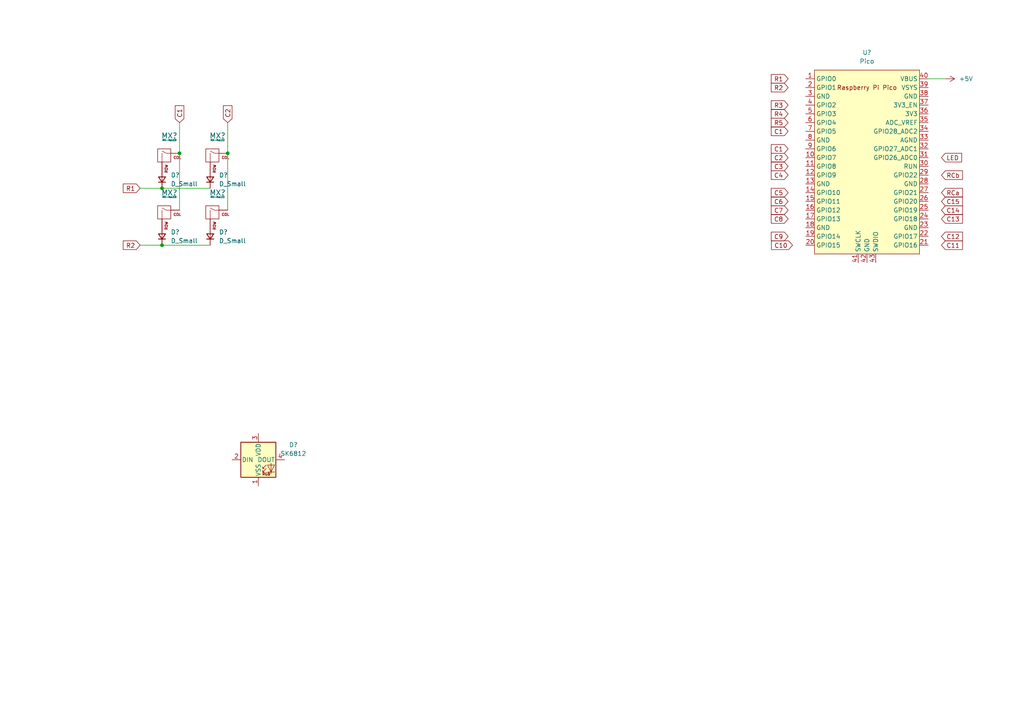
<source format=kicad_sch>
(kicad_sch (version 20211123) (generator eeschema)
  (paper "A4")
  (lib_symbols
    (symbol "Device:D_Small" (pin_numbers hide) (pin_names (offset 0.254) hide)
      (property "Reference" "D" (at -1.27 2.032 0))
      (property "Value" "D_Small" (at -3.81 -2.032 0))
      (symbol "D_Small_0_1"
        (polyline (pts (xy -0.762 -1.016) (xy -0.762 1.016)) (stroke (width 0.254)))
        (polyline (pts (xy -0.762 0) (xy 0.762 0)))
        (polyline (pts (xy 0.762 -1.016) (xy -0.762 0) (xy 0.762 1.016) (xy 0.762 -1.016)) (stroke (width 0.254)))
      )
      (symbol "D_Small_1_1"
        (pin passive line (at -2.54 0 0) (length 1.778) (name "K") (number "1"))
        (pin passive line (at 2.54 0 180) (length 1.778) (name "A") (number "2"))
      )
    )
    (symbol "LED:SK6812" (pin_names (offset 0.254))
      (property "Reference" "D" (at 5.08 5.715 0))
      (property "Value" "SK6812" (at 1.27 -5.715 0))
      (symbol "SK6812_0_0"
        (text "RGB" (at 2.286 -4.191 0) (effects (font (size 0.762 0.762))))
      )
      (symbol "SK6812_0_1"
        (polyline (pts (xy 1.27 -3.556) (xy 1.778 -3.556)))
        (polyline (pts (xy 1.27 -2.54) (xy 1.778 -2.54)))
        (polyline (pts (xy 4.699 -3.556) (xy 2.667 -3.556)))
        (polyline (pts (xy 2.286 -2.54) (xy 1.27 -3.556) (xy 1.27 -3.048)))
        (polyline (pts (xy 2.286 -1.524) (xy 1.27 -2.54) (xy 1.27 -2.032)))
        (polyline (pts (xy 3.683 -1.016) (xy 3.683 -3.556) (xy 3.683 -4.064)))
        (polyline (pts (xy 4.699 -1.524) (xy 2.667 -1.524) (xy 3.683 -3.556) (xy 4.699 -1.524)))
        (rectangle (start 5.08 5.08) (end -5.08 -5.08) (stroke (width 0.254)) (fill (type background)))
      )
      (symbol "SK6812_1_1"
        (pin power_in line (at 0 -7.62 90) (length 2.54) (name "VSS") (number "1"))
        (pin input line (at -7.62 0 0) (length 2.54) (name "DIN") (number "2"))
        (pin power_in line (at 0 7.62 270) (length 2.54) (name "VDD") (number "3"))
        (pin output line (at 7.62 0 180) (length 2.54) (name "DOUT") (number "4"))
      )
    )
    (symbol "MCU_RaspberryPi_and_Boards:Pico"
      (property "Reference" "U" (at -13.97 27.94 0))
      (property "Value" "Pico" (at 0 19.05 0))
      (symbol "Pico_0_0"
        (text "Raspberry Pi Pico" (at 0 21.59 0) (effects (font (size 1.27 1.27))))
      )
      (symbol "Pico_0_1"
        (rectangle (start -15.24 26.67) (end 15.24 -26.67) (fill (type background)))
      )
      (symbol "Pico_1_1"
        (pin bidirectional line (at -17.78 24.13 0) (length 2.54) (name "GPIO0") (number "1"))
        (pin bidirectional line (at -17.78 1.27 0) (length 2.54) (name "GPIO7") (number "10"))
        (pin bidirectional line (at -17.78 -1.27 0) (length 2.54) (name "GPIO8") (number "11"))
        (pin bidirectional line (at -17.78 -3.81 0) (length 2.54) (name "GPIO9") (number "12"))
        (pin power_in line (at -17.78 -6.35 0) (length 2.54) (name "GND") (number "13"))
        (pin bidirectional line (at -17.78 -8.89 0) (length 2.54) (name "GPIO10") (number "14"))
        (pin bidirectional line (at -17.78 -11.43 0) (length 2.54) (name "GPIO11") (number "15"))
        (pin bidirectional line (at -17.78 -13.97 0) (length 2.54) (name "GPIO12") (number "16"))
        (pin bidirectional line (at -17.78 -16.51 0) (length 2.54) (name "GPIO13") (number "17"))
        (pin power_in line (at -17.78 -19.05 0) (length 2.54) (name "GND") (number "18"))
        (pin bidirectional line (at -17.78 -21.59 0) (length 2.54) (name "GPIO14") (number "19"))
        (pin bidirectional line (at -17.78 21.59 0) (length 2.54) (name "GPIO1") (number "2"))
        (pin bidirectional line (at -17.78 -24.13 0) (length 2.54) (name "GPIO15") (number "20"))
        (pin bidirectional line (at 17.78 -24.13 180) (length 2.54) (name "GPIO16") (number "21"))
        (pin bidirectional line (at 17.78 -21.59 180) (length 2.54) (name "GPIO17") (number "22"))
        (pin power_in line (at 17.78 -19.05 180) (length 2.54) (name "GND") (number "23"))
        (pin bidirectional line (at 17.78 -16.51 180) (length 2.54) (name "GPIO18") (number "24"))
        (pin bidirectional line (at 17.78 -13.97 180) (length 2.54) (name "GPIO19") (number "25"))
        (pin bidirectional line (at 17.78 -11.43 180) (length 2.54) (name "GPIO20") (number "26"))
        (pin bidirectional line (at 17.78 -8.89 180) (length 2.54) (name "GPIO21") (number "27"))
        (pin power_in line (at 17.78 -6.35 180) (length 2.54) (name "GND") (number "28"))
        (pin bidirectional line (at 17.78 -3.81 180) (length 2.54) (name "GPIO22") (number "29"))
        (pin power_in line (at -17.78 19.05 0) (length 2.54) (name "GND") (number "3"))
        (pin input line (at 17.78 -1.27 180) (length 2.54) (name "RUN") (number "30"))
        (pin bidirectional line (at 17.78 1.27 180) (length 2.54) (name "GPIO26_ADC0") (number "31"))
        (pin bidirectional line (at 17.78 3.81 180) (length 2.54) (name "GPIO27_ADC1") (number "32"))
        (pin power_in line (at 17.78 6.35 180) (length 2.54) (name "AGND") (number "33"))
        (pin bidirectional line (at 17.78 8.89 180) (length 2.54) (name "GPIO28_ADC2") (number "34"))
        (pin power_in line (at 17.78 11.43 180) (length 2.54) (name "ADC_VREF") (number "35"))
        (pin power_in line (at 17.78 13.97 180) (length 2.54) (name "3V3") (number "36"))
        (pin input line (at 17.78 16.51 180) (length 2.54) (name "3V3_EN") (number "37"))
        (pin bidirectional line (at 17.78 19.05 180) (length 2.54) (name "GND") (number "38"))
        (pin power_in line (at 17.78 21.59 180) (length 2.54) (name "VSYS") (number "39"))
        (pin bidirectional line (at -17.78 16.51 0) (length 2.54) (name "GPIO2") (number "4"))
        (pin power_in line (at 17.78 24.13 180) (length 2.54) (name "VBUS") (number "40"))
        (pin input line (at -2.54 -29.21 90) (length 2.54) (name "SWCLK") (number "41"))
        (pin power_in line (at 0 -29.21 90) (length 2.54) (name "GND") (number "42"))
        (pin bidirectional line (at 2.54 -29.21 90) (length 2.54) (name "SWDIO") (number "43"))
        (pin bidirectional line (at -17.78 13.97 0) (length 2.54) (name "GPIO3") (number "5"))
        (pin bidirectional line (at -17.78 11.43 0) (length 2.54) (name "GPIO4") (number "6"))
        (pin bidirectional line (at -17.78 8.89 0) (length 2.54) (name "GPIO5") (number "7"))
        (pin power_in line (at -17.78 6.35 0) (length 2.54) (name "GND") (number "8"))
        (pin bidirectional line (at -17.78 3.81 0) (length 2.54) (name "GPIO6") (number "9"))
      )
    )
    (symbol "MX_Alps_Hybrid:MX-NoLED" (pin_names (offset 1.016))
      (property "Reference" "MX" (at -0.635 3.81 0))
      (property "Value" "MX-NoLED" (at -0.635 1.27 0))
      (symbol "MX-NoLED_0_0"
        (rectangle (start -2.54 2.54) (end 1.27 -1.27))
        (polyline (pts (xy -1.27 -1.27) (xy -1.27 1.27)) (stroke (width 0.127)))
        (polyline (pts (xy 1.27 1.27) (xy 0 1.27) (xy -1.27 1.905)) (stroke (width 0.127)))
        (text "COL" (at 3.175 0 0) (effects (font (size 0.762 0.762))))
        (text "ROW" (at 0 -1.905 900) (effects (font (size 0.762 0.762)) (justify right)))
      )
      (symbol "MX-NoLED_1_1"
        (pin passive line (at 3.81 1.27 180) (length 2.54) (name "COL") (number "1"))
        (pin passive line (at -1.27 -3.81 90) (length 2.54) (name "ROW") (number "2"))
      )
    )
    (symbol "power:+5V" (power) (pin_names (offset 0))
      (property "Value" "+5V" (at 0 3.556 0))
      (symbol "+5V_0_1"
        (polyline (pts (xy -0.762 1.27) (xy 0 2.54)))
        (polyline (pts (xy 0 0) (xy 0 2.54)))
        (polyline (pts (xy 0 2.54) (xy 0.762 1.27)))
      )
      (symbol "+5V_1_1"
        (pin power_in line (at 0 0 90) (length 0) hide (name "+5V") (number "1"))
      )
    )
  )
  (junction (at 52.07 44.45))
  (junction (at 46.99 54.61))
  (junction (at 46.99 71.12))
  (junction (at 66.04 44.45))
  (wire (pts (xy 52.07 44.45) (xy 52.07 60.96)))
  (wire (pts (xy 66.04 35.56) (xy 66.04 44.45)))
  (wire (pts (xy 40.64 54.61) (xy 46.99 54.61)))
  (wire (pts (xy 66.04 44.45) (xy 66.04 60.96)))
  (wire (pts (xy 46.99 54.61) (xy 60.96 54.61)))
  (wire (pts (xy 52.07 35.56) (xy 52.07 44.45)))
  (wire (pts (xy 46.99 71.12) (xy 60.96 71.12)))
  (wire (pts (xy 40.64 71.12) (xy 46.99 71.12)))
  (wire (pts (xy 269.24 22.86) (xy 274.32 22.86)))
  (global_label "R3" (shape input) (at 228.6 30.48 180) (property "Intersheet References" "${INTERSHEET_REFS}" (effects hide)))
  (global_label "C1" (shape input) (at 52.07 35.56 90) (property "Intersheet References" "${INTERSHEET_REFS}" (effects hide)))
  (global_label "R2" (shape input) (at 40.64 71.12 180) (property "Intersheet References" "${INTERSHEET_REFS}" (effects hide)))
  (global_label "R4" (shape input) (at 228.6 33.02 180) (property "Intersheet References" "${INTERSHEET_REFS}" (effects hide)))
  (global_label "R1" (shape input) (at 40.64 54.61 180) (property "Intersheet References" "${INTERSHEET_REFS}" (effects hide)))
  (global_label "C13" (shape input) (at 273.05 63.5 0) (property "Intersheet References" "${INTERSHEET_REFS}" (effects hide)))
  (global_label "C6" (shape input) (at 228.6 58.42 180) (property "Intersheet References" "${INTERSHEET_REFS}" (effects hide)))
  (global_label "C15" (shape input) (at 273.05 58.42 0) (property "Intersheet References" "${INTERSHEET_REFS}" (effects hide)))
  (global_label "C4" (shape input) (at 228.6 50.8 180) (property "Intersheet References" "${INTERSHEET_REFS}" (effects hide)))
  (global_label "R1" (shape input) (at 228.6 22.86 180) (property "Intersheet References" "${INTERSHEET_REFS}" (effects hide)))
  (global_label "RCa" (shape input) (at 273.05 55.88 0) (property "Intersheet References" "${INTERSHEET_REFS}" (effects hide)))
  (global_label "C10" (shape input) (at 229.87 71.12 180) (property "Intersheet References" "${INTERSHEET_REFS}" (effects hide)))
  (global_label "C12" (shape input) (at 273.05 68.58 0) (property "Intersheet References" "${INTERSHEET_REFS}" (effects hide)))
  (global_label "C9" (shape input) (at 228.6 68.58 180) (property "Intersheet References" "${INTERSHEET_REFS}" (effects hide)))
  (global_label "C11" (shape input) (at 273.05 71.12 0) (property "Intersheet References" "${INTERSHEET_REFS}" (effects hide)))
  (global_label "C1" (shape input) (at 228.6 43.18 180) (property "Intersheet References" "${INTERSHEET_REFS}" (effects hide)))
  (global_label "R5" (shape input) (at 228.6 35.56 180) (property "Intersheet References" "${INTERSHEET_REFS}" (effects hide)))
  (global_label "C3" (shape input) (at 228.6 48.26 180) (property "Intersheet References" "${INTERSHEET_REFS}" (effects hide)))
  (global_label "C1" (shape input) (at 228.6 38.1 180) (property "Intersheet References" "${INTERSHEET_REFS}" (effects hide)))
  (global_label "C7" (shape input) (at 228.6 60.96 180) (property "Intersheet References" "${INTERSHEET_REFS}" (effects hide)))
  (global_label "C2" (shape input) (at 228.6 45.72 180) (property "Intersheet References" "${INTERSHEET_REFS}" (effects hide)))
  (global_label "R2" (shape input) (at 228.6 25.4 180) (property "Intersheet References" "${INTERSHEET_REFS}" (effects hide)))
  (global_label "C5" (shape input) (at 228.6 55.88 180) (property "Intersheet References" "${INTERSHEET_REFS}" (effects hide)))
  (global_label "RCb" (shape input) (at 273.05 50.8 0) (property "Intersheet References" "${INTERSHEET_REFS}" (effects hide)))
  (global_label "LED" (shape input) (at 273.05 45.72 0) (property "Intersheet References" "${INTERSHEET_REFS}" (effects hide)))
  (global_label "C14" (shape input) (at 273.05 60.96 0) (property "Intersheet References" "${INTERSHEET_REFS}" (effects hide)))
  (global_label "C2" (shape input) (at 66.04 35.56 90) (property "Intersheet References" "${INTERSHEET_REFS}" (effects hide)))
  (global_label "C8" (shape input) (at 228.6 63.5 180) (property "Intersheet References" "${INTERSHEET_REFS}" (effects hide)))
  (symbol (lib_id "MX_Alps_Hybrid:MX-NoLED") (at 48.26 45.72 0) (unit 1)
    (property "Reference" "MX?" (at 49.1456 39.37 0) (effects (font (size 1.524 1.524))))
    (property "Value" "MX-NoLED" (at 49.1456 40.64 0) (effects (font (size 0.508 0.508))))
  )
  (symbol (lib_id "MX_Alps_Hybrid:MX-NoLED") (at 62.23 45.72 0) (unit 1)
    (property "Reference" "MX?" (at 63.1156 39.37 0) (effects (font (size 1.524 1.524))))
    (property "Value" "MX-NoLED" (at 63.1156 40.64 0) (effects (font (size 0.508 0.508))))
  )
  (symbol (lib_id "Device:D_Small") (at 46.99 68.58 90) (unit 1)
    (property "Reference" "D?" (at 49.53 67.3099 90) (effects (justify right)))
    (property "Value" "D_Small" (at 49.53 69.8499 90) (effects (justify right)))
  )
  (symbol (lib_id "Device:D_Small") (at 60.96 52.07 90) (unit 1)
    (property "Reference" "D?" (at 63.5 50.7999 90) (effects (justify right)))
    (property "Value" "D_Small" (at 63.5 53.3399 90) (effects (justify right)))
  )
  (symbol (lib_id "MCU_RaspberryPi_and_Boards:Pico") (at 251.46 46.99 0) (unit 1)
    (property "Reference" "U?" (at 251.46 15.24 0))
    (property "Value" "Pico" (at 251.46 17.78 0))
    (property "Footprint" "RPi_Pico:RPi_Pico_SMD_TH" (effects hide))
  )
  (symbol (lib_id "MX_Alps_Hybrid:MX-NoLED") (at 48.26 62.23 0) (unit 1)
    (property "Reference" "MX?" (at 49.1456 55.88 0) (effects (font (size 1.524 1.524))))
    (property "Value" "MX-NoLED" (at 49.1456 57.15 0) (effects (font (size 0.508 0.508))))
  )
  (symbol (lib_id "Device:D_Small") (at 60.96 68.58 90) (unit 1)
    (property "Reference" "D?" (at 63.5 67.3099 90) (effects (justify right)))
    (property "Value" "D_Small" (at 63.5 69.8499 90) (effects (justify right)))
  )
  (symbol (lib_id "power:+5V") (at 274.32 22.86 270) (unit 1)
    (property "Reference" "#PWR?" (effects hide))
    (property "Value" "+5V" (at 278.13 22.8599 90) (effects (justify left)))
  )
  (symbol (lib_id "Device:D_Small") (at 46.99 52.07 90) (unit 1)
    (property "Reference" "D?" (at 49.53 50.7999 90) (effects (justify right)))
    (property "Value" "D_Small" (at 49.53 53.3399 90) (effects (justify right)))
  )
  (symbol (lib_id "MX_Alps_Hybrid:MX-NoLED") (at 62.23 62.23 0) (unit 1)
    (property "Reference" "MX?" (at 63.1156 55.88 0) (effects (font (size 1.524 1.524))))
    (property "Value" "MX-NoLED" (at 63.1156 57.15 0) (effects (font (size 0.508 0.508))))
  )
  (symbol (lib_id "LED:SK6812") (at 74.93 133.35 0) (unit 1)
    (property "Reference" "D?" (at 85.09 129.0193 0))
    (property "Value" "SK6812" (at 85.09 131.5593 0))
    (property "Footprint" "LED_SMD:LED_SK6812_PLCC4_5.0x5.0mm_P3.2mm" (effects hide))
    (property "Datasheet" "https://cdn-shop.adafruit.com/product-files/1138/SK6812+LED+datasheet+.pdf" (effects hide))
  )
)
</source>
